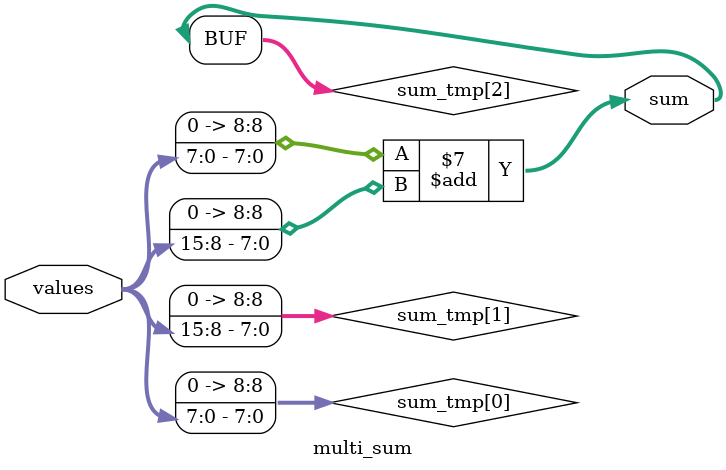
<source format=v>

`timescale 1ns / 1ps

module multi_sum
#(
	parameter VALUE_WIDTH = 8,
	parameter VALUE_COUNT = 2,
	parameter SUM_WIDTH = 9
)
(
    input [VALUE_WIDTH * VALUE_COUNT - 1:0] values,
    output [SUM_WIDTH - 1:0] sum
);

   function integer log2;
      input integer number;
      begin
         log2=0;
         while(2**log2<number) begin
            log2=log2+1;
         end
      end
   endfunction
	
	function integer sum_count;
		input integer count;
		input integer level;
		begin
			if (count % (2 ** level) > 0) begin
				sum_count = count / (2 ** level) + 1;
			end else begin
				sum_count = count / (2 ** level);
			end
		end
	endfunction

	wire [SUM_WIDTH-1:0] sum_tmp [0:VALUE_COUNT-1][0:VALUE_COUNT-1];
	
	// 2 input adders
	generate
		genvar j, k;
		for (j = 0; j <= log2(VALUE_COUNT); j = j + 1) begin : add_level
			// 1 level of adders (simultaneous computation)
			for (k = 0; k < sum_count(VALUE_COUNT, j); k = k + 1) begin : add_item
				// 1 adder
				if (j == 0)
					assign sum_tmp[0][k] = values[k * VALUE_WIDTH + VALUE_WIDTH - 1: k * VALUE_WIDTH];
				else if (2 * k + 1 < sum_count(VALUE_COUNT, j-1))
					assign sum_tmp[j][k] = sum_tmp[j-1][2 * k] + sum_tmp[j-1][2 * k + 1];
				else
					assign sum_tmp[j][k] = sum_tmp[j-1][2 * k];
			end
		end
	endgenerate
	
	// Final value to output
	assign sum = sum_tmp[log2(VALUE_COUNT)][0];
endmodule

</source>
